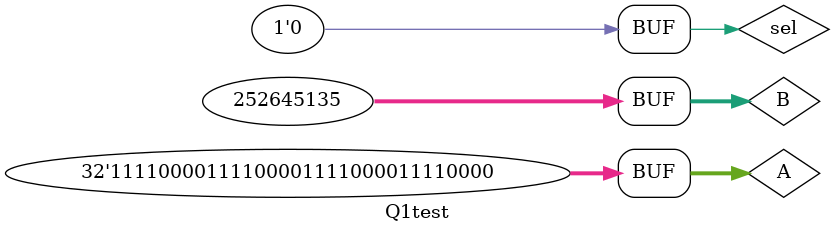
<source format=v>
`timescale 1ns / 1ps


module Q1test;

	// Inputs
	reg [31:0] A;
	reg [31:0] B;
	reg sel;

	// Outputs
	wire [31:0] F;

	// Instantiate the Unit Under Test (UUT)
	Q1 uut (
		.A(A), 
		.B(B), 
		.sel(sel), 
		.F(F)
	);

	initial begin  
        // Initialize Inputs  
        A = 32'hF0F0F0F0;  
        B = 32'h0F0F0F0F;  
      sel = 0;  
  
        // Wait 100 ns for global reset to finish  
        #100;   
      sel = 1;  
          
        #100;  
		  sel = 0;
          
        // Add stimulus here  
  
    end
      
endmodule


</source>
